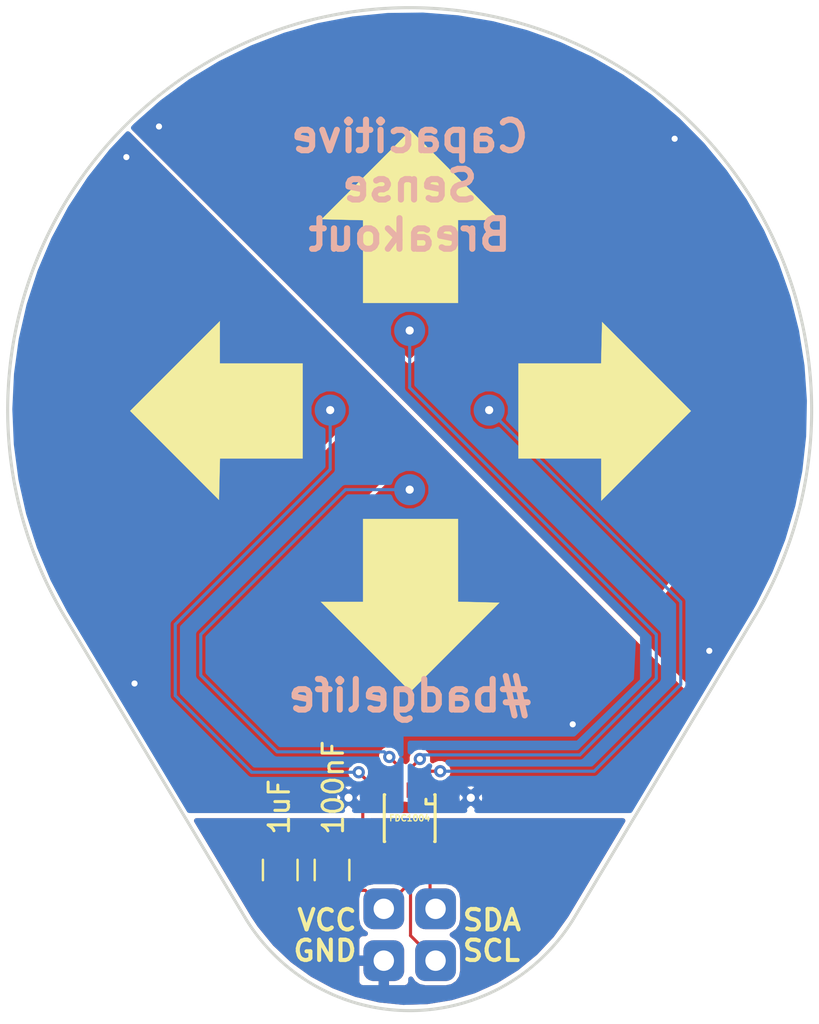
<source format=kicad_pcb>
(kicad_pcb (version 20171130) (host pcbnew "(5.0.0-rc2-dev-222-g3b0a758)")

  (general
    (thickness 1.6)
    (drawings 15)
    (tracks 65)
    (zones 0)
    (modules 11)
    (nets 11)
  )

  (page A4)
  (title_block
    (title "CapSense addon")
    (comment 1 "#badgelife")
  )

  (layers
    (0 F.Cu signal)
    (31 B.Cu signal)
    (32 B.Adhes user)
    (33 F.Adhes user)
    (34 B.Paste user)
    (35 F.Paste user)
    (36 B.SilkS user)
    (37 F.SilkS user)
    (38 B.Mask user)
    (39 F.Mask user)
    (40 Dwgs.User user)
    (41 Cmts.User user)
    (42 Eco1.User user)
    (43 Eco2.User user)
    (44 Edge.Cuts user)
    (45 Margin user)
    (46 B.CrtYd user)
    (47 F.CrtYd user)
    (48 B.Fab user)
    (49 F.Fab user)
  )

  (setup
    (last_trace_width 0.1524)
    (user_trace_width 0.1524)
    (user_trace_width 0.2032)
    (user_trace_width 0.254)
    (user_trace_width 0.3048)
    (trace_clearance 0.1524)
    (zone_clearance 0.1524)
    (zone_45_only no)
    (trace_min 0.1524)
    (segment_width 0.2)
    (edge_width 0.15)
    (via_size 0.8)
    (via_drill 0.4)
    (via_min_size 0.4)
    (via_min_drill 0.3)
    (user_via 0.6 0.3)
    (user_via 0.8 0.4)
    (uvia_size 0.3)
    (uvia_drill 0.1)
    (uvias_allowed no)
    (uvia_min_size 0.2)
    (uvia_min_drill 0.1)
    (pcb_text_width 0.3)
    (pcb_text_size 1.5 1.5)
    (mod_edge_width 0.15)
    (mod_text_size 1 1)
    (mod_text_width 0.15)
    (pad_size 1.524 1.524)
    (pad_drill 0.762)
    (pad_to_mask_clearance 0.2)
    (aux_axis_origin 50 50)
    (grid_origin 70 90)
    (visible_elements FFFFFF7F)
    (pcbplotparams
      (layerselection 0x010fc_ffffffff)
      (usegerberextensions false)
      (usegerberattributes false)
      (usegerberadvancedattributes false)
      (creategerberjobfile false)
      (excludeedgelayer true)
      (linewidth 0.100000)
      (plotframeref false)
      (viasonmask false)
      (mode 1)
      (useauxorigin false)
      (hpglpennumber 1)
      (hpglpenspeed 20)
      (hpglpendiameter 15)
      (psnegative false)
      (psa4output false)
      (plotreference true)
      (plotvalue true)
      (plotinvisibletext false)
      (padsonsilk false)
      (subtractmaskfromsilk false)
      (outputformat 1)
      (mirror false)
      (drillshape 1)
      (scaleselection 1)
      (outputdirectory ""))
  )

  (net 0 "")
  (net 1 GND)
  (net 2 VCC)
  (net 3 SCL)
  (net 4 SDA)
  (net 5 SHLD1)
  (net 6 CIN1)
  (net 7 CIN2)
  (net 8 CIN3)
  (net 9 SHLD2)
  (net 10 CIN4)

  (net_class Default "This is the default net class."
    (clearance 0.1524)
    (trace_width 0.1524)
    (via_dia 0.8)
    (via_drill 0.4)
    (uvia_dia 0.3)
    (uvia_drill 0.1)
    (add_net CIN1)
    (add_net CIN2)
    (add_net CIN3)
    (add_net CIN4)
    (add_net GND)
    (add_net SCL)
    (add_net SDA)
    (add_net SHLD1)
    (add_net SHLD2)
    (add_net VCC)
  )

  (module Pin_Headers:Pin_Header_Straight_1x01_Pitch2.54mm (layer F.Cu) (tedit 5B5483E6) (tstamp 5B563309)
    (at 73 89)
    (descr "Through hole straight pin header, 1x01, 2.54mm pitch, single row")
    (tags "Through hole pin header THT 1x01 2.54mm single row")
    (path /5B5486E5)
    (fp_text reference J6 (at 0 -2.33) (layer F.SilkS) hide
      (effects (font (size 1 1) (thickness 0.15)))
    )
    (fp_text value Conn_01x01 (at 0 2.33) (layer F.Fab) hide
      (effects (font (size 1 1) (thickness 0.15)))
    )
    (fp_text user %R (at 0 0 90) (layer F.Fab)
      (effects (font (size 1 1) (thickness 0.15)))
    )
    (fp_line (start 1.8 -1.8) (end -1.8 -1.8) (layer F.CrtYd) (width 0.05))
    (fp_line (start 1.8 1.8) (end 1.8 -1.8) (layer F.CrtYd) (width 0.05))
    (fp_line (start -1.8 1.8) (end 1.8 1.8) (layer F.CrtYd) (width 0.05))
    (fp_line (start -1.8 -1.8) (end -1.8 1.8) (layer F.CrtYd) (width 0.05))
    (fp_line (start -1.27 -0.635) (end -0.635 -1.27) (layer F.Fab) (width 0.1))
    (fp_line (start -1.27 1.27) (end -1.27 -0.635) (layer F.Fab) (width 0.1))
    (fp_line (start 1.27 1.27) (end -1.27 1.27) (layer F.Fab) (width 0.1))
    (fp_line (start 1.27 -1.27) (end 1.27 1.27) (layer F.Fab) (width 0.1))
    (fp_line (start -0.635 -1.27) (end 1.27 -1.27) (layer F.Fab) (width 0.1))
    (pad 1 thru_hole circle (at 0 0) (size 0.8 0.8) (drill 0.4) (layers *.Cu)
      (net 5 SHLD1))
  )

  (module Pin_Headers:Pin_Header_Straight_1x01_Pitch2.54mm (layer F.Cu) (tedit 5B5483FB) (tstamp 5B56304C)
    (at 67 89)
    (descr "Through hole straight pin header, 1x01, 2.54mm pitch, single row")
    (tags "Through hole pin header THT 1x01 2.54mm single row")
    (path /5B548708)
    (fp_text reference J7 (at 0 -2.33) (layer F.SilkS) hide
      (effects (font (size 1 1) (thickness 0.15)))
    )
    (fp_text value Conn_01x01 (at 0 2.33) (layer F.Fab) hide
      (effects (font (size 1 1) (thickness 0.15)))
    )
    (fp_line (start -0.635 -1.27) (end 1.27 -1.27) (layer F.Fab) (width 0.1))
    (fp_line (start 1.27 -1.27) (end 1.27 1.27) (layer F.Fab) (width 0.1))
    (fp_line (start 1.27 1.27) (end -1.27 1.27) (layer F.Fab) (width 0.1))
    (fp_line (start -1.27 1.27) (end -1.27 -0.635) (layer F.Fab) (width 0.1))
    (fp_line (start -1.27 -0.635) (end -0.635 -1.27) (layer F.Fab) (width 0.1))
    (fp_line (start -1.8 -1.8) (end -1.8 1.8) (layer F.CrtYd) (width 0.05))
    (fp_line (start -1.8 1.8) (end 1.8 1.8) (layer F.CrtYd) (width 0.05))
    (fp_line (start 1.8 1.8) (end 1.8 -1.8) (layer F.CrtYd) (width 0.05))
    (fp_line (start 1.8 -1.8) (end -1.8 -1.8) (layer F.CrtYd) (width 0.05))
    (fp_text user %R (at 0 0 90) (layer F.Fab)
      (effects (font (size 1 1) (thickness 0.15)))
    )
    (pad 1 thru_hole circle (at 0 0) (size 0.8 0.8) (drill 0.4) (layers *.Cu)
      (net 9 SHLD2))
  )

  (module Aesthetics:Addon_CapSense_Button_copper (layer F.Cu) (tedit 5B547EED) (tstamp 5B56005E)
    (at 79 70 270)
    (path /5B548603)
    (fp_text reference J2 (at 0 0 270) (layer F.SilkS) hide
      (effects (font (size 1.524 1.524) (thickness 0.3)))
    )
    (fp_text value Conn_01x01 (at 0.75 0 270) (layer F.SilkS) hide
      (effects (font (size 1.524 1.524) (thickness 0.3)))
    )
    (fp_poly (pts (xy 1.330418 -6.424783) (xy 2.827301 -6.199303) (xy 4.308445 -5.812051) (xy 5.762867 -5.261913)
      (xy 6.178292 -5.071646) (xy 6.763566 -4.770609) (xy 7.380238 -4.415165) (xy 7.983979 -4.033623)
      (xy 8.530461 -3.654287) (xy 8.975356 -3.305465) (xy 9.059334 -3.231915) (xy 9.440334 -2.88916)
      (xy 4.74162 1.815087) (xy 4.002554 2.554489) (xy 3.29815 3.258176) (xy 2.637543 3.917085)
      (xy 2.02987 4.522152) (xy 1.484265 5.064313) (xy 1.009866 5.534503) (xy 0.615808 5.923659)
      (xy 0.311226 6.222718) (xy 0.105257 6.422615) (xy 0.007036 6.514286) (xy 0.000003 6.519333)
      (xy -0.065141 6.460906) (xy -0.240781 6.291647) (xy -0.517801 6.020589) (xy -0.88709 5.656764)
      (xy -1.339534 5.209205) (xy -1.866019 4.686945) (xy -2.457431 4.099016) (xy -3.104657 3.454451)
      (xy -3.798583 2.762283) (xy -4.530097 2.031544) (xy -4.771549 1.790119) (xy -9.500197 -2.939095)
      (xy -8.665932 -3.567029) (xy -7.366386 -4.442785) (xy -6.005702 -5.164562) (xy -4.59486 -5.731245)
      (xy -3.144845 -6.141722) (xy -1.666638 -6.39488) (xy -0.171223 -6.489604) (xy 1.330418 -6.424783)) (layer F.Cu) (width 0.01))
    (pad 1 thru_hole circle (at 0 5.1 270) (size 1.524 1.524) (drill 0.4) (layers *.Cu)
      (net 6 CIN1))
  )

  (module Aesthetics:Addon_CapSense_Button_copper (layer F.Cu) (tedit 5B547EED) (tstamp 5B560064)
    (at 70 61)
    (path /5B54868A)
    (fp_text reference J3 (at 0 0) (layer F.SilkS) hide
      (effects (font (size 1.524 1.524) (thickness 0.3)))
    )
    (fp_text value Conn_01x01 (at 0.75 0) (layer F.SilkS) hide
      (effects (font (size 1.524 1.524) (thickness 0.3)))
    )
    (fp_poly (pts (xy 1.330418 -6.424783) (xy 2.827301 -6.199303) (xy 4.308445 -5.812051) (xy 5.762867 -5.261913)
      (xy 6.178292 -5.071646) (xy 6.763566 -4.770609) (xy 7.380238 -4.415165) (xy 7.983979 -4.033623)
      (xy 8.530461 -3.654287) (xy 8.975356 -3.305465) (xy 9.059334 -3.231915) (xy 9.440334 -2.88916)
      (xy 4.74162 1.815087) (xy 4.002554 2.554489) (xy 3.29815 3.258176) (xy 2.637543 3.917085)
      (xy 2.02987 4.522152) (xy 1.484265 5.064313) (xy 1.009866 5.534503) (xy 0.615808 5.923659)
      (xy 0.311226 6.222718) (xy 0.105257 6.422615) (xy 0.007036 6.514286) (xy 0.000003 6.519333)
      (xy -0.065141 6.460906) (xy -0.240781 6.291647) (xy -0.517801 6.020589) (xy -0.88709 5.656764)
      (xy -1.339534 5.209205) (xy -1.866019 4.686945) (xy -2.457431 4.099016) (xy -3.104657 3.454451)
      (xy -3.798583 2.762283) (xy -4.530097 2.031544) (xy -4.771549 1.790119) (xy -9.500197 -2.939095)
      (xy -8.665932 -3.567029) (xy -7.366386 -4.442785) (xy -6.005702 -5.164562) (xy -4.59486 -5.731245)
      (xy -3.144845 -6.141722) (xy -1.666638 -6.39488) (xy -0.171223 -6.489604) (xy 1.330418 -6.424783)) (layer F.Cu) (width 0.01))
    (pad 1 thru_hole circle (at 0 5.1) (size 1.524 1.524) (drill 0.4) (layers *.Cu)
      (net 7 CIN2))
  )

  (module Aesthetics:Addon_CapSense_Button_copper (layer F.Cu) (tedit 5B547EED) (tstamp 5B56006A)
    (at 70 79 180)
    (path /5B5486A5)
    (fp_text reference J4 (at 0 0 180) (layer F.SilkS) hide
      (effects (font (size 1.524 1.524) (thickness 0.3)))
    )
    (fp_text value Conn_01x01 (at 0.75 0 180) (layer F.SilkS) hide
      (effects (font (size 1.524 1.524) (thickness 0.3)))
    )
    (fp_poly (pts (xy 1.330418 -6.424783) (xy 2.827301 -6.199303) (xy 4.308445 -5.812051) (xy 5.762867 -5.261913)
      (xy 6.178292 -5.071646) (xy 6.763566 -4.770609) (xy 7.380238 -4.415165) (xy 7.983979 -4.033623)
      (xy 8.530461 -3.654287) (xy 8.975356 -3.305465) (xy 9.059334 -3.231915) (xy 9.440334 -2.88916)
      (xy 4.74162 1.815087) (xy 4.002554 2.554489) (xy 3.29815 3.258176) (xy 2.637543 3.917085)
      (xy 2.02987 4.522152) (xy 1.484265 5.064313) (xy 1.009866 5.534503) (xy 0.615808 5.923659)
      (xy 0.311226 6.222718) (xy 0.105257 6.422615) (xy 0.007036 6.514286) (xy 0.000003 6.519333)
      (xy -0.065141 6.460906) (xy -0.240781 6.291647) (xy -0.517801 6.020589) (xy -0.88709 5.656764)
      (xy -1.339534 5.209205) (xy -1.866019 4.686945) (xy -2.457431 4.099016) (xy -3.104657 3.454451)
      (xy -3.798583 2.762283) (xy -4.530097 2.031544) (xy -4.771549 1.790119) (xy -9.500197 -2.939095)
      (xy -8.665932 -3.567029) (xy -7.366386 -4.442785) (xy -6.005702 -5.164562) (xy -4.59486 -5.731245)
      (xy -3.144845 -6.141722) (xy -1.666638 -6.39488) (xy -0.171223 -6.489604) (xy 1.330418 -6.424783)) (layer F.Cu) (width 0.01))
    (pad 1 thru_hole circle (at 0 5.1 180) (size 1.524 1.524) (drill 0.4) (layers *.Cu)
      (net 8 CIN3))
  )

  (module Aesthetics:Addon_CapSense_Button_copper (layer F.Cu) (tedit 5B547EED) (tstamp 5B560070)
    (at 61 70 90)
    (path /5B5486C4)
    (fp_text reference J5 (at 0 0 90) (layer F.SilkS) hide
      (effects (font (size 1.524 1.524) (thickness 0.3)))
    )
    (fp_text value Conn_01x01 (at 0.75 0 90) (layer F.SilkS) hide
      (effects (font (size 1.524 1.524) (thickness 0.3)))
    )
    (fp_poly (pts (xy 1.330418 -6.424783) (xy 2.827301 -6.199303) (xy 4.308445 -5.812051) (xy 5.762867 -5.261913)
      (xy 6.178292 -5.071646) (xy 6.763566 -4.770609) (xy 7.380238 -4.415165) (xy 7.983979 -4.033623)
      (xy 8.530461 -3.654287) (xy 8.975356 -3.305465) (xy 9.059334 -3.231915) (xy 9.440334 -2.88916)
      (xy 4.74162 1.815087) (xy 4.002554 2.554489) (xy 3.29815 3.258176) (xy 2.637543 3.917085)
      (xy 2.02987 4.522152) (xy 1.484265 5.064313) (xy 1.009866 5.534503) (xy 0.615808 5.923659)
      (xy 0.311226 6.222718) (xy 0.105257 6.422615) (xy 0.007036 6.514286) (xy 0.000003 6.519333)
      (xy -0.065141 6.460906) (xy -0.240781 6.291647) (xy -0.517801 6.020589) (xy -0.88709 5.656764)
      (xy -1.339534 5.209205) (xy -1.866019 4.686945) (xy -2.457431 4.099016) (xy -3.104657 3.454451)
      (xy -3.798583 2.762283) (xy -4.530097 2.031544) (xy -4.771549 1.790119) (xy -9.500197 -2.939095)
      (xy -8.665932 -3.567029) (xy -7.366386 -4.442785) (xy -6.005702 -5.164562) (xy -4.59486 -5.731245)
      (xy -3.144845 -6.141722) (xy -1.666638 -6.39488) (xy -0.171223 -6.489604) (xy 1.330418 -6.424783)) (layer F.Cu) (width 0.01))
    (pad 1 thru_hole circle (at 0 5.1 90) (size 1.524 1.524) (drill 0.4) (layers *.Cu)
      (net 10 CIN4))
  )

  (module Capacitors_SMD:C_0805 (layer F.Cu) (tedit 5B5487D8) (tstamp 5B5547AA)
    (at 66.19 92.54 90)
    (descr "Capacitor SMD 0805, reflow soldering, AVX (see smccp.pdf)")
    (tags "capacitor 0805")
    (path /5B548117)
    (attr smd)
    (fp_text reference C1 (at 0 -1.5 90) (layer F.SilkS) hide
      (effects (font (size 1 1) (thickness 0.15)))
    )
    (fp_text value 100nF (at 4.04 0.06 90) (layer F.SilkS)
      (effects (font (size 1 1) (thickness 0.15)))
    )
    (fp_line (start 1.75 0.87) (end -1.75 0.87) (layer F.CrtYd) (width 0.05))
    (fp_line (start 1.75 0.87) (end 1.75 -0.88) (layer F.CrtYd) (width 0.05))
    (fp_line (start -1.75 -0.88) (end -1.75 0.87) (layer F.CrtYd) (width 0.05))
    (fp_line (start -1.75 -0.88) (end 1.75 -0.88) (layer F.CrtYd) (width 0.05))
    (fp_line (start -0.5 0.85) (end 0.5 0.85) (layer F.SilkS) (width 0.12))
    (fp_line (start 0.5 -0.85) (end -0.5 -0.85) (layer F.SilkS) (width 0.12))
    (fp_line (start -1 -0.62) (end 1 -0.62) (layer F.Fab) (width 0.1))
    (fp_line (start 1 -0.62) (end 1 0.62) (layer F.Fab) (width 0.1))
    (fp_line (start 1 0.62) (end -1 0.62) (layer F.Fab) (width 0.1))
    (fp_line (start -1 0.62) (end -1 -0.62) (layer F.Fab) (width 0.1))
    (fp_text user %R (at 0 -1.5 90) (layer F.Fab)
      (effects (font (size 1 1) (thickness 0.15)))
    )
    (pad 2 smd rect (at 1 0 90) (size 1 1.25) (layers F.Cu F.Paste F.Mask)
      (net 1 GND))
    (pad 1 smd rect (at -1 0 90) (size 1 1.25) (layers F.Cu F.Paste F.Mask)
      (net 2 VCC))
    (model Capacitors_SMD.3dshapes/C_0805.wrl
      (at (xyz 0 0 0))
      (scale (xyz 1 1 1))
      (rotate (xyz 0 0 0))
    )
  )

  (module Capacitors_SMD:C_0805 (layer F.Cu) (tedit 5B54863D) (tstamp 5B5543D5)
    (at 63.65 92.54 90)
    (descr "Capacitor SMD 0805, reflow soldering, AVX (see smccp.pdf)")
    (tags "capacitor 0805")
    (path /5B548149)
    (attr smd)
    (fp_text reference C2 (at 0 -1.5 90) (layer F.SilkS) hide
      (effects (font (size 1 1) (thickness 0.15)))
    )
    (fp_text value 1uF (at 3.09 -0.05 90) (layer F.SilkS)
      (effects (font (size 1 1) (thickness 0.15)))
    )
    (fp_text user %R (at 0 -1.5 90) (layer F.Fab)
      (effects (font (size 1 1) (thickness 0.15)))
    )
    (fp_line (start -1 0.62) (end -1 -0.62) (layer F.Fab) (width 0.1))
    (fp_line (start 1 0.62) (end -1 0.62) (layer F.Fab) (width 0.1))
    (fp_line (start 1 -0.62) (end 1 0.62) (layer F.Fab) (width 0.1))
    (fp_line (start -1 -0.62) (end 1 -0.62) (layer F.Fab) (width 0.1))
    (fp_line (start 0.5 -0.85) (end -0.5 -0.85) (layer F.SilkS) (width 0.12))
    (fp_line (start -0.5 0.85) (end 0.5 0.85) (layer F.SilkS) (width 0.12))
    (fp_line (start -1.75 -0.88) (end 1.75 -0.88) (layer F.CrtYd) (width 0.05))
    (fp_line (start -1.75 -0.88) (end -1.75 0.87) (layer F.CrtYd) (width 0.05))
    (fp_line (start 1.75 0.87) (end 1.75 -0.88) (layer F.CrtYd) (width 0.05))
    (fp_line (start 1.75 0.87) (end -1.75 0.87) (layer F.CrtYd) (width 0.05))
    (pad 1 smd rect (at -1 0 90) (size 1 1.25) (layers F.Cu F.Paste F.Mask)
      (net 2 VCC))
    (pad 2 smd rect (at 1 0 90) (size 1 1.25) (layers F.Cu F.Paste F.Mask)
      (net 1 GND))
    (model Capacitors_SMD.3dshapes/C_0805.wrl
      (at (xyz 0 0 0))
      (scale (xyz 1 1 1))
      (rotate (xyz 0 0 0))
    )
  )

  (module Badgelife:ShittyAddon_PTH_only_SAO (layer F.Cu) (tedit 5B537B70) (tstamp 5B5543DD)
    (at 68.73 94.445)
    (descr "Through hole straight pin header, 2x02, 2.54mm pitch, double rows")
    (tags "Through hole pin header THT 2x02 2.54mm double row")
    (path /5B547EFA)
    (fp_text reference J1 (at 1.27 -2.33) (layer F.SilkS) hide
      (effects (font (size 1 1) (thickness 0.15)))
    )
    (fp_text value "#badgelife" (at 1.27 4.87) (layer F.Fab) hide
      (effects (font (size 1 1) (thickness 0.15)))
    )
    (pad 3 thru_hole roundrect (at 2.54 2.54) (size 2 2) (drill 1) (layers *.Cu *.Mask)(roundrect_rratio 0.25)
      (net 3 SCL))
    (pad 2 thru_hole roundrect (at 0 2.54) (size 2 2) (drill 1) (layers *.Cu *.Mask)(roundrect_rratio 0.25)
      (net 1 GND))
    (pad 4 thru_hole roundrect (at 2.54 0) (size 2 2) (drill 1) (layers *.Cu *.Mask)(roundrect_rratio 0.25)
      (net 4 SDA))
    (pad 1 thru_hole roundrect (at 0 0) (size 2 2) (drill 1) (layers *.Cu *.Mask)(roundrect_rratio 0.25)
      (net 2 VCC))
    (model ${KISYS3DMOD}/Pin_Headers.3dshapes/Pin_Header_Straight_2x02_Pitch2.54mm.wrl
      (offset (xyz 0 -2.54 -1.8))
      (scale (xyz 1 1 1))
      (rotate (xyz 180 0 0))
    )
  )

  (module SMD_Semiconductors:VSSOP-10 (layer F.Cu) (tedit 5B54864B) (tstamp 5B5543F3)
    (at 70 90 180)
    (path /5B547F5A)
    (fp_text reference U1 (at -1.7 0 270) (layer F.SilkS) hide
      (effects (font (size 0.29972 0.29972) (thickness 0.0635)))
    )
    (fp_text value FDC1004 (at 0 0 180) (layer F.SilkS)
      (effects (font (size 0.29972 0.29972) (thickness 0.0635)))
    )
    (fp_line (start -1.24822 -1.14808) (end -1.22282 -1.14808) (layer F.SilkS) (width 0.14986))
    (fp_line (start 1.22282 -1.14808) (end 1.24822 -1.14808) (layer F.SilkS) (width 0.14986))
    (fp_line (start 1.24822 -1.14808) (end 1.24822 1.14808) (layer F.SilkS) (width 0.14986))
    (fp_line (start -1.24822 1.14808) (end -1.22282 1.14808) (layer F.SilkS) (width 0.14986))
    (fp_line (start 1.22282 1.14808) (end 1.24822 1.14808) (layer F.SilkS) (width 0.14986))
    (fp_line (start -1.24822 -1.14808) (end -1.24822 1.14808) (layer F.SilkS) (width 0.14986))
    (fp_line (start -1.24822 0.6985) (end -0.79864 0.6985) (layer F.SilkS) (width 0.14986))
    (fp_line (start -0.79864 0.6985) (end -0.79864 0.92456) (layer F.SilkS) (width 0.14986))
    (pad 1 smd rect (at -0.9993 1.37414) (size 0.29972 0.7493) (layers F.Cu F.Paste F.Mask)
      (net 5 SHLD1))
    (pad 2 smd rect (at -0.49892 1.37414) (size 0.29972 0.7493) (layers F.Cu F.Paste F.Mask)
      (net 6 CIN1))
    (pad 3 smd rect (at -0.00108 1.37414) (size 0.29972 0.7493) (layers F.Cu F.Paste F.Mask)
      (net 7 CIN2))
    (pad 4 smd rect (at 0.4993 1.37414) (size 0.29972 0.7493) (layers F.Cu F.Paste F.Mask)
      (net 8 CIN3))
    (pad 7 smd rect (at 0.4993 -1.37414 180) (size 0.29972 0.7493) (layers F.Cu F.Paste F.Mask)
      (net 1 GND))
    (pad 8 smd rect (at -0.00108 -1.37414 180) (size 0.29972 0.7493) (layers F.Cu F.Paste F.Mask)
      (net 2 VCC))
    (pad 9 smd rect (at -0.49892 -1.37414 180) (size 0.29972 0.7493) (layers F.Cu F.Paste F.Mask)
      (net 3 SCL))
    (pad 10 smd rect (at -0.9993 -1.37414 180) (size 0.29972 0.7493) (layers F.Cu F.Paste F.Mask)
      (net 4 SDA))
    (pad 6 smd rect (at 1 -1.37414 180) (size 0.29972 0.7493) (layers F.Cu F.Paste F.Mask)
      (net 9 SHLD2))
    (pad 5 smd rect (at 1 1.37414) (size 0.29972 0.7493) (layers F.Cu F.Paste F.Mask)
      (net 10 CIN4))
  )

  (module Aesthetics:Addon_CapSense_Buttons_silk (layer F.Cu) (tedit 0) (tstamp 5B568EE4)
    (at 70 70)
    (fp_text reference G*** (at 0 0) (layer F.SilkS) hide
      (effects (font (size 1.524 1.524) (thickness 0.3)))
    )
    (fp_text value LOGO (at 0.75 0) (layer F.SilkS) hide
      (effects (font (size 1.524 1.524) (thickness 0.3)))
    )
    (fp_poly (pts (xy 2.24366 -11.514673) (xy 4.443778 -9.313334) (xy 2.370666 -9.313334) (xy 2.370666 -5.249334)
      (xy -2.286 -5.249334) (xy -2.286 -9.308122) (xy -3.302862 -9.331895) (xy -4.319724 -9.355667)
      (xy -2.138091 -11.53584) (xy 0.043543 -13.716011) (xy 2.24366 -11.514673)) (layer F.SilkS) (width 0.01))
    (fp_poly (pts (xy 11.620505 -2.138091) (xy 13.800678 0.043543) (xy 11.599339 2.24366) (xy 9.398 4.443778)
      (xy 9.398 2.370666) (xy 5.334 2.370666) (xy 5.334 -2.286) (xy 9.392788 -2.286)
      (xy 9.41656 -3.302862) (xy 9.440333 -4.319724) (xy 11.620505 -2.138091)) (layer F.SilkS) (width 0.01))
    (fp_poly (pts (xy -9.313334 -2.286) (xy -5.249334 -2.286) (xy -5.249334 2.370666) (xy -9.308122 2.370666)
      (xy -9.331895 3.387528) (xy -9.355667 4.40439) (xy -11.53584 2.222756) (xy -13.716011 0.041123)
      (xy -11.514673 -2.158995) (xy -9.313334 -4.359113) (xy -9.313334 -2.286)) (layer F.SilkS) (width 0.01))
    (fp_poly (pts (xy 2.370666 9.392788) (xy 3.387528 9.41656) (xy 4.40439 9.440333) (xy 2.222756 11.620505)
      (xy 0.041123 13.800678) (xy -4.359113 9.398) (xy -2.286 9.398) (xy -2.286 5.334)
      (xy 2.370666 5.334) (xy 2.370666 9.392788)) (layer F.SilkS) (width 0.01))
  )

  (gr_line (start 50 100) (end 52.5 100) (layer Dwgs.User) (width 0.2))
  (gr_text SCL (at 72.5 96.5) (layer F.SilkS) (tstamp 5B568FF4)
    (effects (font (size 1 1) (thickness 0.2)) (justify left))
  )
  (gr_text SDA (at 72.5 95) (layer F.SilkS) (tstamp 5B568FEF)
    (effects (font (size 1 1) (thickness 0.2)) (justify left))
  )
  (gr_text GND (at 67.5 96.5) (layer F.SilkS) (tstamp 5B568FE6)
    (effects (font (size 1 1) (thickness 0.2)) (justify right))
  )
  (gr_text VCC (at 67.5 95) (layer F.SilkS)
    (effects (font (size 1 1) (thickness 0.2)) (justify right))
  )
  (gr_text "Capacitive\nSense\nBreakout" (at 70 59) (layer B.SilkS)
    (effects (font (size 1.5 1.5) (thickness 0.3)) (justify mirror))
  )
  (gr_text "#badgelife" (at 70 84) (layer B.SilkS)
    (effects (font (size 1.5 1.5) (thickness 0.3)) (justify mirror))
  )
  (gr_line (start 53 80) (end 62 95) (layer Edge.Cuts) (width 0.15))
  (gr_line (start 78 95) (end 87 80) (layer Edge.Cuts) (width 0.15))
  (gr_arc (start 70 90) (end 62.000001 94.999999) (angle -115.9892336) (layer Edge.Cuts) (width 0.15))
  (gr_arc (start 70 70) (end 86.999999 79.999999) (angle -240.9310898) (layer Edge.Cuts) (width 0.15))
  (gr_line (start 50 90) (end 52.5 90) (layer Dwgs.User) (width 0.2))
  (gr_line (start 90 50) (end 90 54) (layer Dwgs.User) (width 0.2))
  (gr_line (start 50 50) (end 50 100) (layer Dwgs.User) (width 0.2))
  (gr_line (start 50 50) (end 90 50) (layer Dwgs.User) (width 0.2))

  (via (at 83 56.7) (size 0.6) (drill 0.3) (layers F.Cu B.Cu) (net 5))
  (via (at 57.7 56.1) (size 0.6) (drill 0.3) (layers F.Cu B.Cu) (net 5))
  (via (at 84.7 81.8) (size 0.6) (drill 0.3) (layers F.Cu B.Cu) (net 5))
  (segment (start 70.9993 88.62586) (end 72.62586 88.62586) (width 0.1524) (layer F.Cu) (net 5))
  (segment (start 72.62586 88.62586) (end 73 89) (width 0.1524) (layer F.Cu) (net 5))
  (segment (start 73.9 70) (end 83.3 79.4) (width 0.1524) (layer B.Cu) (net 6))
  (segment (start 83.3 79.4) (end 83.3 83.45) (width 0.1524) (layer B.Cu) (net 6))
  (segment (start 83.3 83.45) (end 79.05 87.7) (width 0.1524) (layer B.Cu) (net 6))
  (segment (start 79.05 87.7) (end 71.924264 87.7) (width 0.1524) (layer B.Cu) (net 6))
  (segment (start 71.924264 87.7) (end 71.5 87.7) (width 0.1524) (layer B.Cu) (net 6))
  (segment (start 70.89773 87.7) (end 71.075736 87.7) (width 0.1524) (layer F.Cu) (net 6))
  (segment (start 71.075736 87.7) (end 71.5 87.7) (width 0.1524) (layer F.Cu) (net 6))
  (segment (start 70.49892 88.62586) (end 70.49892 88.09881) (width 0.1524) (layer F.Cu) (net 6))
  (segment (start 70.49892 88.09881) (end 70.89773 87.7) (width 0.1524) (layer F.Cu) (net 6))
  (via (at 71.5 87.7) (size 0.6) (drill 0.3) (layers F.Cu B.Cu) (net 6))
  (segment (start 82.1 83.15) (end 78.35 86.9) (width 0.1524) (layer B.Cu) (net 7))
  (segment (start 70 68.9) (end 82.1 81) (width 0.1524) (layer B.Cu) (net 7))
  (segment (start 70 66.1) (end 70 68.9) (width 0.1524) (layer B.Cu) (net 7))
  (segment (start 78.35 86.9) (end 70.7 86.9) (width 0.1524) (layer B.Cu) (net 7))
  (segment (start 82.1 81) (end 82.1 83.15) (width 0.1524) (layer B.Cu) (net 7))
  (segment (start 70.7 86.9) (end 70.5 87.1) (width 0.1524) (layer B.Cu) (net 7))
  (segment (start 70.200001 87.399999) (end 70.5 87.1) (width 0.1524) (layer F.Cu) (net 7))
  (via (at 70.5 87.1) (size 0.6) (drill 0.3) (layers F.Cu B.Cu) (net 7))
  (segment (start 70.00108 88.62586) (end 70.00108 87.59892) (width 0.1524) (layer F.Cu) (net 7))
  (segment (start 70.00108 87.59892) (end 70.200001 87.399999) (width 0.1524) (layer F.Cu) (net 7))
  (via (at 56.5 83.4) (size 0.6) (drill 0.3) (layers F.Cu B.Cu) (net 9))
  (via (at 56.1 57.6) (size 0.6) (drill 0.3) (layers F.Cu B.Cu) (net 9))
  (via (at 78 85.4) (size 0.6) (drill 0.3) (layers F.Cu B.Cu) (net 9))
  (segment (start 67.7 89.6) (end 67.6 89.6) (width 0.1524) (layer F.Cu) (net 9))
  (segment (start 67.6 89.6) (end 67 89) (width 0.1524) (layer F.Cu) (net 9))
  (segment (start 67.7 91.6) (end 67.7 89.6) (width 0.1524) (layer F.Cu) (net 9))
  (segment (start 68.3 92.2) (end 67.7 91.6) (width 0.1524) (layer F.Cu) (net 9))
  (segment (start 68.70119 92.2) (end 68.3 92.2) (width 0.1524) (layer F.Cu) (net 9))
  (segment (start 69 91.37414) (end 69 91.90119) (width 0.1524) (layer F.Cu) (net 9))
  (segment (start 69 91.90119) (end 68.70119 92.2) (width 0.1524) (layer F.Cu) (net 9))
  (segment (start 66.19 93.54) (end 67.825 93.54) (width 0.1524) (layer F.Cu) (net 2))
  (segment (start 67.825 93.54) (end 68.73 94.445) (width 0.1524) (layer F.Cu) (net 2))
  (segment (start 70.00108 91.37414) (end 70.00108 93.17392) (width 0.1524) (layer F.Cu) (net 2))
  (segment (start 70.00108 93.17392) (end 68.73 94.445) (width 0.1524) (layer F.Cu) (net 2))
  (segment (start 63.65 93.54) (end 66.19 93.54) (width 0.1524) (layer F.Cu) (net 2))
  (segment (start 70.345737 96.060737) (end 71.27 96.985) (width 0.1524) (layer F.Cu) (net 3))
  (segment (start 70.04139 95.75639) (end 70.345737 96.060737) (width 0.1524) (layer F.Cu) (net 3))
  (segment (start 70.04139 93.564676) (end 70.04139 95.75639) (width 0.1524) (layer F.Cu) (net 3))
  (segment (start 70.49892 91.37414) (end 70.49892 93.107146) (width 0.1524) (layer F.Cu) (net 3))
  (segment (start 70.49892 93.107146) (end 70.04139 93.564676) (width 0.1524) (layer F.Cu) (net 3))
  (segment (start 70.9993 91.37414) (end 70.9993 94.1743) (width 0.1524) (layer F.Cu) (net 4))
  (segment (start 70.9993 94.1743) (end 71.27 94.445) (width 0.1524) (layer F.Cu) (net 4))
  (segment (start 70 73.9) (end 66.85 73.9) (width 0.1524) (layer B.Cu) (net 8))
  (segment (start 59.75 81) (end 59.75 83) (width 0.1524) (layer B.Cu) (net 8))
  (segment (start 59.75 83) (end 63.5 86.75) (width 0.1524) (layer B.Cu) (net 8))
  (segment (start 63.5 86.75) (end 68.75 86.75) (width 0.1524) (layer B.Cu) (net 8))
  (segment (start 66.85 73.9) (end 59.75 81) (width 0.1524) (layer B.Cu) (net 8))
  (segment (start 68.75 86.75) (end 69 87) (width 0.1524) (layer B.Cu) (net 8))
  (segment (start 69 87) (end 69.5007 87.5007) (width 0.1524) (layer F.Cu) (net 8))
  (segment (start 69.5007 87.5007) (end 69.5007 88.09881) (width 0.1524) (layer F.Cu) (net 8))
  (segment (start 69.5007 88.09881) (end 69.5007 88.62586) (width 0.1524) (layer F.Cu) (net 8))
  (via (at 69 87) (size 0.6) (drill 0.3) (layers F.Cu B.Cu) (net 8))
  (segment (start 66.1 70) (end 66.1 72.9) (width 0.1524) (layer B.Cu) (net 10))
  (segment (start 66.1 72.9) (end 58.5 80.5) (width 0.1524) (layer B.Cu) (net 10))
  (segment (start 58.5 80.5) (end 58.5 84) (width 0.1524) (layer B.Cu) (net 10))
  (segment (start 58.5 84) (end 62.25 87.75) (width 0.1524) (layer B.Cu) (net 10))
  (segment (start 62.25 87.75) (end 67.5 87.75) (width 0.1524) (layer B.Cu) (net 10))
  (segment (start 67.5 87.75) (end 68.37586 88.62586) (width 0.1524) (layer F.Cu) (net 10))
  (segment (start 68.37586 88.62586) (end 69 88.62586) (width 0.1524) (layer F.Cu) (net 10))
  (via (at 67.5 87.75) (size 0.6) (drill 0.3) (layers F.Cu B.Cu) (net 10))

  (zone (net 1) (net_name GND) (layer F.Cu) (tstamp 0) (hatch edge 0.508)
    (connect_pads (clearance 0.2))
    (min_thickness 0.254)
    (fill yes (arc_segments 16) (thermal_gap 0.2) (thermal_bridge_width 0.508))
    (polygon
      (pts
        (xy 58 90) (xy 82 90) (xy 82 100) (xy 58 100)
      )
    )
    (filled_polygon
      (pts
        (xy 67.2968 91.560289) (xy 67.288901 91.6) (xy 67.2968 91.63971) (xy 67.320194 91.75732) (xy 67.409309 91.890691)
        (xy 67.442977 91.913188) (xy 67.986814 92.457025) (xy 68.009309 92.490691) (xy 68.042974 92.513185) (xy 68.142679 92.579806)
        (xy 68.299999 92.611099) (xy 68.33971 92.6032) (xy 68.661479 92.6032) (xy 68.70119 92.611099) (xy 68.740901 92.6032)
        (xy 68.858511 92.579806) (xy 68.991881 92.490691) (xy 69.014377 92.457023) (xy 69.257025 92.214376) (xy 69.290691 92.191881)
        (xy 69.379806 92.058511) (xy 69.384401 92.035409) (xy 69.42577 91.99404) (xy 69.42577 91.924446) (xy 69.457887 91.876379)
        (xy 69.483266 91.74879) (xy 69.483266 90.99949) (xy 69.457887 90.871901) (xy 69.42577 90.823834) (xy 69.42577 90.75424)
        (xy 69.34402 90.67249) (xy 69.285796 90.67249) (xy 69.252143 90.686429) (xy 69.14986 90.666084) (xy 68.85014 90.666084)
        (xy 68.722551 90.691463) (xy 68.614386 90.763736) (xy 68.542113 90.871901) (xy 68.516734 90.99949) (xy 68.516734 91.74879)
        (xy 68.526284 91.7968) (xy 68.467011 91.7968) (xy 68.1032 91.43299) (xy 68.1032 90.127) (xy 80.454992 90.127)
        (xy 77.663949 94.778738) (xy 76.968093 95.745151) (xy 76.158587 96.605519) (xy 75.243703 97.352868) (xy 74.239107 97.9744)
        (xy 73.16197 98.459494) (xy 72.030735 98.79984) (xy 70.864749 98.989621) (xy 69.683971 99.025586) (xy 68.508596 98.90712)
        (xy 67.358746 98.636253) (xy 66.254084 98.217615) (xy 65.213519 97.658373) (xy 64.568245 97.19375) (xy 67.403 97.19375)
        (xy 67.403 98.050045) (xy 67.452783 98.170231) (xy 67.54477 98.262217) (xy 67.664956 98.312) (xy 68.52125 98.312)
        (xy 68.603 98.23025) (xy 68.603 97.112) (xy 67.48475 97.112) (xy 67.403 97.19375) (xy 64.568245 97.19375)
        (xy 64.254849 96.968093) (xy 63.394481 96.158587) (xy 62.642669 95.23824) (xy 62.339666 94.784762) (xy 61.292809 93.04)
        (xy 62.691594 93.04) (xy 62.691594 94.04) (xy 62.716973 94.167589) (xy 62.789246 94.275754) (xy 62.897411 94.348027)
        (xy 63.025 94.373406) (xy 64.275 94.373406) (xy 64.402589 94.348027) (xy 64.510754 94.275754) (xy 64.583027 94.167589)
        (xy 64.608406 94.04) (xy 64.608406 93.9432) (xy 65.231594 93.9432) (xy 65.231594 94.04) (xy 65.256973 94.167589)
        (xy 65.329246 94.275754) (xy 65.437411 94.348027) (xy 65.565 94.373406) (xy 66.815 94.373406) (xy 66.942589 94.348027)
        (xy 67.050754 94.275754) (xy 67.123027 94.167589) (xy 67.148406 94.04) (xy 67.148406 93.9432) (xy 67.396952 93.9432)
        (xy 67.396594 93.945) (xy 67.396594 94.945) (xy 67.460033 95.263931) (xy 67.640693 95.534307) (xy 67.825812 95.658)
        (xy 67.664956 95.658) (xy 67.54477 95.707783) (xy 67.452783 95.799769) (xy 67.403 95.919955) (xy 67.403 96.77625)
        (xy 67.48475 96.858) (xy 68.603 96.858) (xy 68.603 96.838) (xy 68.857 96.838) (xy 68.857 96.858)
        (xy 68.877 96.858) (xy 68.877 97.112) (xy 68.857 97.112) (xy 68.857 98.23025) (xy 68.93875 98.312)
        (xy 69.795044 98.312) (xy 69.91523 98.262217) (xy 70.007217 98.170231) (xy 70.057 98.050045) (xy 70.057 97.889188)
        (xy 70.180693 98.074307) (xy 70.451069 98.254967) (xy 70.77 98.318406) (xy 71.77 98.318406) (xy 72.088931 98.254967)
        (xy 72.359307 98.074307) (xy 72.539967 97.803931) (xy 72.603406 97.485) (xy 72.603406 96.485) (xy 72.539967 96.166069)
        (xy 72.359307 95.895693) (xy 72.088931 95.715033) (xy 72.088765 95.715) (xy 72.088931 95.714967) (xy 72.359307 95.534307)
        (xy 72.539967 95.263931) (xy 72.603406 94.945) (xy 72.603406 93.945) (xy 72.539967 93.626069) (xy 72.359307 93.355693)
        (xy 72.088931 93.175033) (xy 71.77 93.111594) (xy 71.4025 93.111594) (xy 71.4025 91.958224) (xy 71.457187 91.876379)
        (xy 71.482566 91.74879) (xy 71.482566 90.99949) (xy 71.457187 90.871901) (xy 71.384914 90.763736) (xy 71.276749 90.691463)
        (xy 71.14916 90.666084) (xy 70.84944 90.666084) (xy 70.74911 90.686041) (xy 70.64878 90.666084) (xy 70.34906 90.666084)
        (xy 70.25 90.685788) (xy 70.15094 90.666084) (xy 69.85122 90.666084) (xy 69.749153 90.686386) (xy 69.715604 90.67249)
        (xy 69.65738 90.67249) (xy 69.57563 90.75424) (xy 69.57563 90.823355) (xy 69.543193 90.871901) (xy 69.517814 90.99949)
        (xy 69.517814 91.74879) (xy 69.543193 91.876379) (xy 69.57563 91.924925) (xy 69.57563 91.99404) (xy 69.59788 92.01629)
        (xy 69.597881 93.006908) (xy 69.449529 93.155261) (xy 69.23 93.111594) (xy 68.23 93.111594) (xy 67.983089 93.160707)
        (xy 67.982321 93.160194) (xy 67.864711 93.1368) (xy 67.825 93.128901) (xy 67.785289 93.1368) (xy 67.148406 93.1368)
        (xy 67.148406 93.04) (xy 67.123027 92.912411) (xy 67.050754 92.804246) (xy 66.942589 92.731973) (xy 66.815 92.706594)
        (xy 65.565 92.706594) (xy 65.437411 92.731973) (xy 65.329246 92.804246) (xy 65.256973 92.912411) (xy 65.231594 93.04)
        (xy 65.231594 93.1368) (xy 64.608406 93.1368) (xy 64.608406 93.04) (xy 64.583027 92.912411) (xy 64.510754 92.804246)
        (xy 64.402589 92.731973) (xy 64.275 92.706594) (xy 63.025 92.706594) (xy 62.897411 92.731973) (xy 62.789246 92.804246)
        (xy 62.716973 92.912411) (xy 62.691594 93.04) (xy 61.292809 93.04) (xy 60.518059 91.74875) (xy 62.698 91.74875)
        (xy 62.698 92.105044) (xy 62.747783 92.22523) (xy 62.839769 92.317217) (xy 62.959955 92.367) (xy 63.44125 92.367)
        (xy 63.523 92.28525) (xy 63.523 91.667) (xy 63.777 91.667) (xy 63.777 92.28525) (xy 63.85875 92.367)
        (xy 64.340045 92.367) (xy 64.460231 92.317217) (xy 64.552217 92.22523) (xy 64.602 92.105044) (xy 64.602 91.74875)
        (xy 65.238 91.74875) (xy 65.238 92.105044) (xy 65.287783 92.22523) (xy 65.379769 92.317217) (xy 65.499955 92.367)
        (xy 65.98125 92.367) (xy 66.063 92.28525) (xy 66.063 91.667) (xy 66.317 91.667) (xy 66.317 92.28525)
        (xy 66.39875 92.367) (xy 66.880045 92.367) (xy 67.000231 92.317217) (xy 67.092217 92.22523) (xy 67.142 92.105044)
        (xy 67.142 91.74875) (xy 67.06025 91.667) (xy 66.317 91.667) (xy 66.063 91.667) (xy 65.31975 91.667)
        (xy 65.238 91.74875) (xy 64.602 91.74875) (xy 64.52025 91.667) (xy 63.777 91.667) (xy 63.523 91.667)
        (xy 62.77975 91.667) (xy 62.698 91.74875) (xy 60.518059 91.74875) (xy 60.053783 90.974956) (xy 62.698 90.974956)
        (xy 62.698 91.33125) (xy 62.77975 91.413) (xy 63.523 91.413) (xy 63.523 90.79475) (xy 63.777 90.79475)
        (xy 63.777 91.413) (xy 64.52025 91.413) (xy 64.602 91.33125) (xy 64.602 90.974956) (xy 65.238 90.974956)
        (xy 65.238 91.33125) (xy 65.31975 91.413) (xy 66.063 91.413) (xy 66.063 90.79475) (xy 66.317 90.79475)
        (xy 66.317 91.413) (xy 67.06025 91.413) (xy 67.142 91.33125) (xy 67.142 90.974956) (xy 67.092217 90.85477)
        (xy 67.000231 90.762783) (xy 66.880045 90.713) (xy 66.39875 90.713) (xy 66.317 90.79475) (xy 66.063 90.79475)
        (xy 65.98125 90.713) (xy 65.499955 90.713) (xy 65.379769 90.762783) (xy 65.287783 90.85477) (xy 65.238 90.974956)
        (xy 64.602 90.974956) (xy 64.552217 90.85477) (xy 64.460231 90.762783) (xy 64.340045 90.713) (xy 63.85875 90.713)
        (xy 63.777 90.79475) (xy 63.523 90.79475) (xy 63.44125 90.713) (xy 62.959955 90.713) (xy 62.839769 90.762783)
        (xy 62.747783 90.85477) (xy 62.698 90.974956) (xy 60.053783 90.974956) (xy 59.545008 90.127) (xy 67.296801 90.127)
      )
    )
  )
  (zone (net 1) (net_name GND) (layer B.Cu) (tstamp 0) (hatch edge 0.508)
    (connect_pads (clearance 0.2))
    (min_thickness 0.254)
    (fill yes (arc_segments 16) (thermal_gap 0.2) (thermal_bridge_width 0.508))
    (polygon
      (pts
        (xy 58 90) (xy 82 90) (xy 82 100) (xy 58 100)
      )
    )
    (filled_polygon
      (pts
        (xy 77.663949 94.778738) (xy 76.968093 95.745151) (xy 76.158587 96.605519) (xy 75.243703 97.352868) (xy 74.239107 97.9744)
        (xy 73.16197 98.459494) (xy 72.030735 98.79984) (xy 70.864749 98.989621) (xy 69.683971 99.025586) (xy 68.508596 98.90712)
        (xy 67.358746 98.636253) (xy 66.254084 98.217615) (xy 65.213519 97.658373) (xy 64.568245 97.19375) (xy 67.403 97.19375)
        (xy 67.403 98.050045) (xy 67.452783 98.170231) (xy 67.54477 98.262217) (xy 67.664956 98.312) (xy 68.52125 98.312)
        (xy 68.603 98.23025) (xy 68.603 97.112) (xy 67.48475 97.112) (xy 67.403 97.19375) (xy 64.568245 97.19375)
        (xy 64.254849 96.968093) (xy 63.394481 96.158587) (xy 62.642669 95.23824) (xy 62.339666 94.784762) (xy 61.835809 93.945)
        (xy 67.396594 93.945) (xy 67.396594 94.945) (xy 67.460033 95.263931) (xy 67.640693 95.534307) (xy 67.825812 95.658)
        (xy 67.664956 95.658) (xy 67.54477 95.707783) (xy 67.452783 95.799769) (xy 67.403 95.919955) (xy 67.403 96.77625)
        (xy 67.48475 96.858) (xy 68.603 96.858) (xy 68.603 96.838) (xy 68.857 96.838) (xy 68.857 96.858)
        (xy 68.877 96.858) (xy 68.877 97.112) (xy 68.857 97.112) (xy 68.857 98.23025) (xy 68.93875 98.312)
        (xy 69.795044 98.312) (xy 69.91523 98.262217) (xy 70.007217 98.170231) (xy 70.057 98.050045) (xy 70.057 97.889188)
        (xy 70.180693 98.074307) (xy 70.451069 98.254967) (xy 70.77 98.318406) (xy 71.77 98.318406) (xy 72.088931 98.254967)
        (xy 72.359307 98.074307) (xy 72.539967 97.803931) (xy 72.603406 97.485) (xy 72.603406 96.485) (xy 72.539967 96.166069)
        (xy 72.359307 95.895693) (xy 72.088931 95.715033) (xy 72.088765 95.715) (xy 72.088931 95.714967) (xy 72.359307 95.534307)
        (xy 72.539967 95.263931) (xy 72.603406 94.945) (xy 72.603406 93.945) (xy 72.539967 93.626069) (xy 72.359307 93.355693)
        (xy 72.088931 93.175033) (xy 71.77 93.111594) (xy 70.77 93.111594) (xy 70.451069 93.175033) (xy 70.180693 93.355693)
        (xy 70.000033 93.626069) (xy 70 93.626235) (xy 69.999967 93.626069) (xy 69.819307 93.355693) (xy 69.548931 93.175033)
        (xy 69.23 93.111594) (xy 68.23 93.111594) (xy 67.911069 93.175033) (xy 67.640693 93.355693) (xy 67.460033 93.626069)
        (xy 67.396594 93.945) (xy 61.835809 93.945) (xy 59.545008 90.127) (xy 80.454992 90.127)
      )
    )
  )
  (zone (net 9) (net_name SHLD2) (layer F.Cu) (tstamp 0) (hatch edge 0.508)
    (connect_pads (clearance 0.2))
    (min_thickness 0.254)
    (fill yes (arc_segments 16) (thermal_gap 0.2) (thermal_bridge_width 0.508))
    (polygon
      (pts
        (xy 50 89.75) (xy 82 89.75) (xy 84.8 85) (xy 54.9 55) (xy 50 55)
      )
    )
    (filled_polygon
      (pts
        (xy 83.940608 84.31764) (xy 80.757392 89.623) (xy 73.395688 89.623) (xy 73.411813 89.616321) (xy 73.616321 89.411813)
        (xy 73.727 89.144609) (xy 73.727 88.855391) (xy 73.616321 88.588187) (xy 73.411813 88.383679) (xy 73.144609 88.273)
        (xy 72.855391 88.273) (xy 72.835709 88.281152) (xy 72.783181 88.246054) (xy 72.665571 88.22266) (xy 72.62586 88.214761)
        (xy 72.586149 88.22266) (xy 71.864052 88.22266) (xy 72.031545 88.055167) (xy 72.127 87.824718) (xy 72.127 87.575282)
        (xy 72.031545 87.344833) (xy 71.855167 87.168455) (xy 71.624718 87.073) (xy 71.375282 87.073) (xy 71.144833 87.168455)
        (xy 71.127 87.186288) (xy 71.127 86.975282) (xy 71.031545 86.744833) (xy 70.855167 86.568455) (xy 70.624718 86.473)
        (xy 70.375282 86.473) (xy 70.144833 86.568455) (xy 69.968455 86.744833) (xy 69.873 86.975282) (xy 69.873 87.15679)
        (xy 69.802762 87.227028) (xy 69.791391 87.210009) (xy 69.757725 87.187515) (xy 69.627 87.056789) (xy 69.627 86.875282)
        (xy 69.531545 86.644833) (xy 69.355167 86.468455) (xy 69.124718 86.373) (xy 68.875282 86.373) (xy 68.644833 86.468455)
        (xy 68.468455 86.644833) (xy 68.373 86.875282) (xy 68.373 87.124718) (xy 68.468455 87.355167) (xy 68.644833 87.531545)
        (xy 68.875282 87.627) (xy 69.056789 87.627) (xy 69.0975 87.667711) (xy 69.097501 87.917804) (xy 68.85014 87.917804)
        (xy 68.722551 87.943183) (xy 68.614386 88.015456) (xy 68.542113 88.123621) (xy 68.525807 88.205596) (xy 68.127 87.80679)
        (xy 68.127 87.625282) (xy 68.031545 87.394833) (xy 67.855167 87.218455) (xy 67.624718 87.123) (xy 67.375282 87.123)
        (xy 67.144833 87.218455) (xy 66.968455 87.394833) (xy 66.873 87.625282) (xy 66.873 87.874718) (xy 66.968455 88.105167)
        (xy 67.144833 88.281545) (xy 67.176559 88.294686) (xy 67.046989 88.260248) (xy 66.760322 88.298577) (xy 66.673496 88.33454)
        (xy 66.632199 88.452594) (xy 67 88.820395) (xy 67.367801 88.452594) (xy 67.335609 88.360567) (xy 67.375282 88.377)
        (xy 67.55679 88.377) (xy 68.062674 88.882885) (xy 68.085169 88.916551) (xy 68.210059 89) (xy 68.218539 89.005666)
        (xy 68.375859 89.036959) (xy 68.41557 89.02906) (xy 68.522413 89.02906) (xy 68.542113 89.128099) (xy 68.614386 89.236264)
        (xy 68.722551 89.308537) (xy 68.85014 89.333916) (xy 69.14986 89.333916) (xy 69.25035 89.313927) (xy 69.35084 89.333916)
        (xy 69.65056 89.333916) (xy 69.75089 89.313959) (xy 69.85122 89.333916) (xy 70.15094 89.333916) (xy 70.25 89.314212)
        (xy 70.34906 89.333916) (xy 70.64878 89.333916) (xy 70.74911 89.313959) (xy 70.84944 89.333916) (xy 71.14916 89.333916)
        (xy 71.276749 89.308537) (xy 71.384914 89.236264) (xy 71.457187 89.128099) (xy 71.476887 89.02906) (xy 72.273 89.02906)
        (xy 72.273 89.144609) (xy 72.383679 89.411813) (xy 72.588187 89.616321) (xy 72.604312 89.623) (xy 67.341357 89.623)
        (xy 67.367801 89.547406) (xy 67 89.179605) (xy 66.632199 89.547406) (xy 66.658643 89.623) (xy 59.242608 89.623)
        (xy 58.840615 88.953011) (xy 66.260248 88.953011) (xy 66.298577 89.239678) (xy 66.33454 89.326504) (xy 66.452594 89.367801)
        (xy 66.820395 89) (xy 67.179605 89) (xy 67.547406 89.367801) (xy 67.66546 89.326504) (xy 67.739752 89.046989)
        (xy 67.701423 88.760322) (xy 67.66546 88.673496) (xy 67.547406 88.632199) (xy 67.179605 89) (xy 66.820395 89)
        (xy 66.452594 88.632199) (xy 66.33454 88.673496) (xy 66.260248 88.953011) (xy 58.840615 88.953011) (xy 54.602421 81.889355)
        (xy 60.227667 81.889355) (xy 60.229387 81.897976) (xy 60.228129 81.906679) (xy 60.242004 81.961212) (xy 60.253013 82.016391)
        (xy 60.257902 82.023699) (xy 60.26007 82.032219) (xy 60.293752 82.077283) (xy 60.325045 82.124058) (xy 60.33236 82.128939)
        (xy 60.337622 82.13598) (xy 60.718622 82.478735) (xy 60.720555 82.479884) (xy 60.721926 82.481668) (xy 60.805904 82.555218)
        (xy 60.813832 82.559788) (xy 60.819795 82.566733) (xy 61.26469 82.915555) (xy 61.273425 82.919977) (xy 61.280223 82.92702)
        (xy 61.826706 83.306357) (xy 61.83338 83.309261) (xy 61.838658 83.314277) (xy 62.442399 83.695819) (xy 62.448806 83.698284)
        (xy 62.453969 83.702805) (xy 63.070641 84.058249) (xy 63.078271 84.060833) (xy 63.084579 84.065845) (xy 63.669853 84.366882)
        (xy 63.677237 84.368995) (xy 63.68346 84.373493) (xy 64.098885 84.56376) (xy 64.109992 84.566397) (xy 64.119675 84.572441)
        (xy 65.574097 85.122579) (xy 65.591607 85.1255) (xy 65.607575 85.133254) (xy 67.088719 85.520506) (xy 67.106496 85.521563)
        (xy 67.123247 85.527599) (xy 68.62013 85.753079) (xy 68.637941 85.752244) (xy 68.655264 85.756474) (xy 70.156905 85.821295)
        (xy 70.174532 85.818573) (xy 70.192211 85.82094) (xy 71.687626 85.726216) (xy 71.704857 85.721639) (xy 71.72268 85.722116)
        (xy 73.200887 85.468958) (xy 73.21752 85.462584) (xy 73.235276 85.461169) (xy 74.68529 85.050692) (xy 74.701127 85.042603)
        (xy 74.718603 85.039322) (xy 76.129445 84.472639) (xy 76.144294 84.462947) (xy 76.161279 84.457853) (xy 77.521963 83.736076)
        (xy 77.535641 83.724923) (xy 77.551922 83.718104) (xy 78.851468 82.842348) (xy 78.857664 82.836103) (xy 78.865587 82.832287)
        (xy 79.699852 82.204353) (xy 79.715464 82.186881) (xy 79.734942 82.173868) (xy 79.758231 82.139018) (xy 79.786164 82.107757)
        (xy 79.793901 82.085641) (xy 79.806917 82.066164) (xy 79.815096 82.025055) (xy 79.82894 81.985484) (xy 79.827625 81.96209)
        (xy 79.832196 81.939115) (xy 79.824021 81.898005) (xy 79.821668 81.856148) (xy 79.811501 81.835039) (xy 79.806932 81.812062)
        (xy 79.783648 81.77721) (xy 79.765456 81.73944) (xy 79.747984 81.723828) (xy 79.73497 81.704349) (xy 75.006322 76.975136)
        (xy 75.006308 76.975126) (xy 75.006296 76.975109) (xy 74.764843 76.733683) (xy 74.764777 76.733639) (xy 74.764732 76.733572)
        (xy 74.033218 76.002833) (xy 74.033113 76.002763) (xy 74.033044 76.00266) (xy 73.339119 75.310492) (xy 73.339007 75.310417)
        (xy 73.338932 75.310306) (xy 72.691706 74.665741) (xy 72.69158 74.665657) (xy 72.691496 74.665532) (xy 72.100084 74.077603)
        (xy 72.099932 74.077502) (xy 72.099831 74.077352) (xy 71.573346 73.555092) (xy 71.573149 73.554961) (xy 71.573016 73.554765)
        (xy 71.120572 73.107206) (xy 71.120286 73.107017) (xy 71.120093 73.106733) (xy 70.750804 72.742908) (xy 70.75032 72.74259)
        (xy 70.749993 72.742112) (xy 70.472973 72.471054) (xy 70.471894 72.47035) (xy 70.471158 72.469291) (xy 70.295518 72.300032)
        (xy 70.290433 72.296769) (xy 70.286812 72.291939) (xy 70.221668 72.233512) (xy 70.196497 72.218603) (xy 70.175125 72.198613)
        (xy 70.141298 72.185908) (xy 70.110212 72.167495) (xy 70.081247 72.163353) (xy 70.053856 72.153065) (xy 70.017743 72.154272)
        (xy 69.981977 72.149157) (xy 69.953634 72.156414) (xy 69.924389 72.157391) (xy 69.891488 72.172325) (xy 69.89121 72.172396)
        (xy 69.876563 72.174788) (xy 69.872825 72.177103) (xy 69.856485 72.181287) (xy 69.833074 72.19884) (xy 69.806432 72.210933)
        (xy 69.799398 72.21598) (xy 69.784713 72.231681) (xy 69.766437 72.243001) (xy 69.668216 72.334672) (xy 69.66629 72.33735)
        (xy 69.663522 72.33914) (xy 69.457553 72.539037) (xy 69.456995 72.539846) (xy 69.456173 72.540384) (xy 69.15159 72.839444)
        (xy 69.151314 72.839849) (xy 69.150907 72.840117) (xy 68.756848 73.229273) (xy 68.756676 73.229526) (xy 68.756423 73.229694)
        (xy 68.282024 73.699884) (xy 68.281903 73.700064) (xy 68.28172 73.700185) (xy 67.736115 74.242346) (xy 67.736019 74.242489)
        (xy 67.735876 74.242584) (xy 67.128203 74.847652) (xy 67.128123 74.847772) (xy 67.127999 74.847854) (xy 66.467393 75.506763)
        (xy 66.46732 75.506871) (xy 66.46721 75.506945) (xy 65.762806 76.210632) (xy 65.762737 76.210736) (xy 65.762633 76.210805)
        (xy 65.023567 76.950207) (xy 65.023533 76.950257) (xy 65.023483 76.950291) (xy 60.324768 81.654539) (xy 60.319887 81.661854)
        (xy 60.312846 81.667116) (xy 60.284101 81.715479) (xy 60.252863 81.76229) (xy 60.251153 81.770915) (xy 60.246661 81.778472)
        (xy 60.238611 81.834166) (xy 60.227667 81.889355) (xy 54.602421 81.889355) (xy 53.350229 79.802369) (xy 52.541961 78.276816)
        (xy 51.875318 76.692138) (xy 51.352179 75.054463) (xy 50.976692 73.376767) (xy 50.751828 71.672332) (xy 50.687902 70.156905)
        (xy 54.178705 70.156905) (xy 54.181427 70.174532) (xy 54.17906 70.192211) (xy 54.273784 71.687626) (xy 54.278361 71.704857)
        (xy 54.277884 71.72268) (xy 54.531042 73.200887) (xy 54.537416 73.21752) (xy 54.538831 73.235276) (xy 54.949308 74.68529)
        (xy 54.957397 74.701127) (xy 54.960678 74.718603) (xy 55.527361 76.129445) (xy 55.537053 76.144294) (xy 55.542147 76.161279)
        (xy 56.263924 77.521963) (xy 56.275077 77.535641) (xy 56.281896 77.551922) (xy 57.157652 78.851468) (xy 57.163897 78.857664)
        (xy 57.167713 78.865587) (xy 57.795647 79.699852) (xy 57.813118 79.715463) (xy 57.826132 79.734942) (xy 57.860982 79.758231)
        (xy 57.892243 79.786164) (xy 57.914359 79.793901) (xy 57.933836 79.806917) (xy 57.974945 79.815096) (xy 58.014516 79.82894)
        (xy 58.03791 79.827625) (xy 58.060885 79.832196) (xy 58.101997 79.824021) (xy 58.143852 79.821668) (xy 58.164959 79.811502)
        (xy 58.187937 79.806933) (xy 58.22279 79.783648) (xy 58.26056 79.765456) (xy 58.276173 79.747983) (xy 58.29565 79.73497)
        (xy 63.024864 75.006323) (xy 63.024875 75.006306) (xy 63.024892 75.006295) (xy 63.266317 74.764843) (xy 63.266361 74.764777)
        (xy 63.266428 74.764732) (xy 63.997167 74.033218) (xy 63.997236 74.033115) (xy 63.99734 74.033045) (xy 64.689508 73.339119)
        (xy 64.689583 73.339007) (xy 64.689694 73.338932) (xy 65.334258 72.691706) (xy 65.334341 72.691582) (xy 65.334468 72.691496)
        (xy 65.922397 72.100084) (xy 65.922498 72.099932) (xy 65.922648 72.099831) (xy 66.444908 71.573346) (xy 66.445039 71.573149)
        (xy 66.445235 71.573016) (xy 66.892794 71.120572) (xy 66.892983 71.120286) (xy 66.893267 71.120093) (xy 67.257091 70.750804)
        (xy 67.257409 70.750321) (xy 67.257888 70.749993) (xy 67.528946 70.472973) (xy 67.52965 70.471894) (xy 67.530709 70.471158)
        (xy 67.699968 70.295518) (xy 67.703231 70.290433) (xy 67.708061 70.286812) (xy 67.766489 70.221668) (xy 67.781399 70.196495)
        (xy 67.801387 70.175125) (xy 67.814092 70.1413) (xy 67.832505 70.110212) (xy 67.836647 70.081247) (xy 67.846935 70.053856)
        (xy 67.845728 70.017743) (xy 67.850843 69.981977) (xy 67.843586 69.953634) (xy 67.842609 69.924389) (xy 67.827675 69.891488)
        (xy 67.827604 69.89121) (xy 67.825212 69.876563) (xy 67.822897 69.872825) (xy 67.818713 69.856485) (xy 67.80116 69.833074)
        (xy 67.789067 69.806432) (xy 67.78402 69.799398) (xy 67.768319 69.784713) (xy 67.756999 69.766437) (xy 67.665328 69.668216)
        (xy 67.66265 69.66629) (xy 67.66086 69.663522) (xy 67.460963 69.457553) (xy 67.460154 69.456995) (xy 67.459616 69.456173)
        (xy 67.160556 69.15159) (xy 67.160151 69.151314) (xy 67.159883 69.150907) (xy 66.770727 68.756848) (xy 66.770474 68.756676)
        (xy 66.770306 68.756423) (xy 66.300116 68.282024) (xy 66.299936 68.281903) (xy 66.299815 68.28172) (xy 65.757654 67.736115)
        (xy 65.757511 67.736019) (xy 65.757416 67.735876) (xy 65.152348 67.128203) (xy 65.152228 67.128123) (xy 65.152146 67.127999)
        (xy 64.493237 66.467393) (xy 64.493129 66.46732) (xy 64.493055 66.46721) (xy 63.789368 65.762806) (xy 63.789264 65.762737)
        (xy 63.789195 65.762633) (xy 63.049793 65.023567) (xy 63.049743 65.023533) (xy 63.049709 65.023483) (xy 58.345461 60.324768)
        (xy 58.338146 60.319887) (xy 58.332884 60.312846) (xy 58.284521 60.284101) (xy 58.23771 60.252863) (xy 58.229085 60.251153)
        (xy 58.221528 60.246661) (xy 58.165834 60.238611) (xy 58.110645 60.227667) (xy 58.102024 60.229387) (xy 58.093321 60.228129)
        (xy 58.038786 60.242004) (xy 57.983609 60.253013) (xy 57.976302 60.257902) (xy 57.96778 60.26007) (xy 57.922711 60.293755)
        (xy 57.875942 60.325045) (xy 57.871061 60.33236) (xy 57.86402 60.337622) (xy 57.521265 60.718622) (xy 57.520116 60.720555)
        (xy 57.518332 60.721926) (xy 57.444782 60.805904) (xy 57.440211 60.813834) (xy 57.433267 60.819796) (xy 57.084445 61.26469)
        (xy 57.080023 61.273425) (xy 57.07298 61.280223) (xy 56.693644 61.826705) (xy 56.69074 61.833379) (xy 56.685723 61.838658)
        (xy 56.304181 62.442399) (xy 56.301716 62.448806) (xy 56.297195 62.453969) (xy 55.941751 63.070641) (xy 55.939166 63.078273)
        (xy 55.934156 63.084579) (xy 55.633118 63.669853) (xy 55.631005 63.677237) (xy 55.626507 63.68346) (xy 55.43624 64.098885)
        (xy 55.433602 64.109993) (xy 55.427559 64.119676) (xy 54.877421 65.574097) (xy 54.8745 65.591607) (xy 54.866746 65.607575)
        (xy 54.479494 67.088719) (xy 54.478437 67.106496) (xy 54.472401 67.123247) (xy 54.246921 68.62013) (xy 54.247756 68.637941)
        (xy 54.243526 68.655264) (xy 54.178705 70.156905) (xy 50.687902 70.156905) (xy 50.67937 69.954661) (xy 50.75989 68.237341)
        (xy 50.992749 66.533989) (xy 51.376106 64.858074) (xy 51.906923 63.222876) (xy 52.581003 61.641332) (xy 53.392999 60.125976)
        (xy 54.336486 58.688805) (xy 55.404007 57.341177) (xy 56.208585 56.492867)
      )
    )
  )
  (zone (net 5) (net_name SHLD1) (layer F.Cu) (tstamp 0) (hatch edge 0.508)
    (connect_pads (clearance 0.2))
    (min_thickness 0.254)
    (fill yes (arc_segments 16) (thermal_gap 0.2) (thermal_bridge_width 0.508))
    (polygon
      (pts
        (xy 55 54.9) (xy 85 84.8) (xy 89 77) (xy 90 71.5) (xy 90 50)
        (xy 55 50)
      )
    )
    (filled_polygon
      (pts
        (xy 72.366121 50.824748) (xy 74.061341 51.111) (xy 75.724379 51.546808) (xy 77.342099 52.128726) (xy 78.901688 52.85215)
        (xy 80.39079 53.711345) (xy 81.797627 54.699516) (xy 83.111043 55.808828) (xy 84.32065 57.030505) (xy 85.416876 58.354883)
        (xy 86.391025 59.771457) (xy 87.235393 61.269017) (xy 87.943293 62.83571) (xy 88.50912 64.459125) (xy 88.928395 66.126415)
        (xy 89.197799 67.824382) (xy 89.315197 69.539574) (xy 89.279659 71.258405) (xy 89.091468 72.967265) (xy 88.752111 74.652647)
        (xy 88.264278 76.301188) (xy 87.631833 77.899828) (xy 86.856733 79.441985) (xy 86.653256 79.796559) (xy 84.223264 83.846547)
        (xy 70.348492 70.018023) (xy 72.149157 70.018023) (xy 72.156414 70.046366) (xy 72.157391 70.075612) (xy 72.172326 70.108514)
        (xy 72.172396 70.108789) (xy 72.174788 70.123438) (xy 72.177104 70.127177) (xy 72.181287 70.143515) (xy 72.198839 70.166924)
        (xy 72.210933 70.193569) (xy 72.21598 70.200602) (xy 72.231681 70.215287) (xy 72.243001 70.233563) (xy 72.334672 70.331784)
        (xy 72.33735 70.33371) (xy 72.33914 70.336478) (xy 72.539037 70.542448) (xy 72.539847 70.543007) (xy 72.540385 70.543828)
        (xy 72.839444 70.84841) (xy 72.839847 70.848685) (xy 72.840117 70.849094) (xy 73.229273 71.243152) (xy 73.229526 71.243324)
        (xy 73.229694 71.243577) (xy 73.699884 71.717976) (xy 73.700064 71.718097) (xy 73.700185 71.71828) (xy 74.242347 72.263885)
        (xy 74.24249 72.263981) (xy 74.242585 72.264124) (xy 74.847652 72.871798) (xy 74.847774 72.87188) (xy 74.847854 72.872)
        (xy 75.506762 73.532607) (xy 75.506872 73.532681) (xy 75.506945 73.53279) (xy 76.210632 74.237194) (xy 76.210736 74.237263)
        (xy 76.210805 74.237367) (xy 76.950207 74.976433) (xy 76.950258 74.976467) (xy 76.950292 74.976518) (xy 81.654539 79.675232)
        (xy 81.661854 79.680113) (xy 81.667116 79.687154) (xy 81.715479 79.715899) (xy 81.76229 79.747137) (xy 81.770915 79.748847)
        (xy 81.778472 79.753339) (xy 81.834157 79.761388) (xy 81.889356 79.772334) (xy 81.897979 79.770613) (xy 81.906679 79.771871)
        (xy 81.96119 79.758002) (xy 82.016392 79.746988) (xy 82.023703 79.742097) (xy 82.032219 79.73993) (xy 82.077267 79.706261)
        (xy 82.124058 79.674956) (xy 82.128941 79.667639) (xy 82.13598 79.662378) (xy 82.478735 79.281378) (xy 82.479884 79.279445)
        (xy 82.481668 79.278074) (xy 82.555218 79.194096) (xy 82.559788 79.186168) (xy 82.566733 79.180205) (xy 82.915555 78.73531)
        (xy 82.919977 78.726575) (xy 82.92702 78.719777) (xy 83.306357 78.173294) (xy 83.309261 78.16662) (xy 83.314277 78.161342)
        (xy 83.695819 77.557601) (xy 83.698284 77.551194) (xy 83.702805 77.546031) (xy 84.058249 76.929359) (xy 84.060833 76.921729)
        (xy 84.065845 76.915421) (xy 84.366882 76.330147) (xy 84.368995 76.322763) (xy 84.373493 76.31654) (xy 84.56376 75.901115)
        (xy 84.566397 75.890008) (xy 84.572441 75.880325) (xy 85.122579 74.425903) (xy 85.1255 74.408393) (xy 85.133254 74.392425)
        (xy 85.520506 72.911281) (xy 85.521563 72.893504) (xy 85.527599 72.876753) (xy 85.753079 71.37987) (xy 85.752244 71.362059)
        (xy 85.756474 71.344736) (xy 85.821295 69.843095) (xy 85.818573 69.825468) (xy 85.82094 69.807789) (xy 85.726216 68.312374)
        (xy 85.721639 68.295143) (xy 85.722116 68.277319) (xy 85.468958 66.799113) (xy 85.462584 66.78248) (xy 85.461169 66.764724)
        (xy 85.050692 65.314709) (xy 85.042603 65.298872) (xy 85.039322 65.281397) (xy 84.472639 63.870555) (xy 84.462947 63.855706)
        (xy 84.457853 63.838721) (xy 83.736076 62.478037) (xy 83.724923 62.464359) (xy 83.718104 62.448078) (xy 82.842348 61.148532)
        (xy 82.836105 61.142338) (xy 82.832288 61.134413) (xy 82.204353 60.300148) (xy 82.186881 60.284536) (xy 82.173868 60.265058)
        (xy 82.139018 60.241769) (xy 82.107757 60.213836) (xy 82.085641 60.206099) (xy 82.066164 60.193083) (xy 82.025055 60.184904)
        (xy 81.985484 60.17106) (xy 81.96209 60.172375) (xy 81.939115 60.167804) (xy 81.898005 60.175979) (xy 81.856148 60.178332)
        (xy 81.83504 60.188499) (xy 81.812062 60.193068) (xy 81.777207 60.216354) (xy 81.73944 60.234545) (xy 81.72383 60.252015)
        (xy 81.704349 60.26503) (xy 76.975136 64.993678) (xy 76.975126 64.993692) (xy 76.975109 64.993704) (xy 76.733683 65.235157)
        (xy 76.733639 65.235223) (xy 76.733572 65.235268) (xy 76.002833 65.966782) (xy 76.002763 65.966887) (xy 76.00266 65.966956)
        (xy 75.310492 66.660881) (xy 75.310417 66.660993) (xy 75.310306 66.661068) (xy 74.665741 67.308294) (xy 74.665657 67.30842)
        (xy 74.665532 67.308504) (xy 74.077603 67.899916) (xy 74.077502 67.900068) (xy 74.077352 67.900169) (xy 73.555092 68.426654)
        (xy 73.554961 68.426851) (xy 73.554765 68.426984) (xy 73.107206 68.879428) (xy 73.107017 68.879714) (xy 73.106733 68.879907)
        (xy 72.742908 69.249196) (xy 72.74259 69.24968) (xy 72.742112 69.250007) (xy 72.471054 69.527027) (xy 72.47035 69.528106)
        (xy 72.469291 69.528842) (xy 72.300032 69.704482) (xy 72.296769 69.709567) (xy 72.291939 69.713188) (xy 72.233512 69.778332)
        (xy 72.218602 69.803505) (xy 72.198613 69.824876) (xy 72.185909 69.8587) (xy 72.167495 69.889788) (xy 72.163353 69.918753)
        (xy 72.153065 69.946144) (xy 72.154272 69.982257) (xy 72.149157 70.018023) (xy 70.348492 70.018023) (xy 58.351363 58.060885)
        (xy 60.167804 58.060885) (xy 60.175979 58.101997) (xy 60.178332 58.143852) (xy 60.188498 58.164958) (xy 60.193067 58.187937)
        (xy 60.216354 58.222793) (xy 60.234545 58.26056) (xy 60.252016 58.276171) (xy 60.26503 58.29565) (xy 64.993677 63.024864)
        (xy 64.993694 63.024875) (xy 64.993705 63.024892) (xy 65.235157 63.266317) (xy 65.235223 63.266361) (xy 65.235268 63.266428)
        (xy 65.966782 63.997167) (xy 65.966885 63.997236) (xy 65.966955 63.99734) (xy 66.660881 64.689508) (xy 66.660993 64.689583)
        (xy 66.661068 64.689694) (xy 67.308294 65.334258) (xy 67.308418 65.334341) (xy 67.308504 65.334468) (xy 67.899916 65.922397)
        (xy 67.900068 65.922498) (xy 67.900169 65.922648) (xy 68.426654 66.444908) (xy 68.426851 66.445039) (xy 68.426984 66.445235)
        (xy 68.879428 66.892794) (xy 68.879714 66.892983) (xy 68.879907 66.893267) (xy 69.249196 67.257091) (xy 69.249679 67.257409)
        (xy 69.250007 67.257888) (xy 69.527027 67.528946) (xy 69.528106 67.52965) (xy 69.528842 67.530709) (xy 69.704482 67.699968)
        (xy 69.709567 67.703231) (xy 69.713188 67.708061) (xy 69.778332 67.766489) (xy 69.803508 67.781401) (xy 69.824876 67.801387)
        (xy 69.858699 67.814091) (xy 69.889788 67.832505) (xy 69.918753 67.836647) (xy 69.946144 67.846935) (xy 69.982257 67.845728)
        (xy 70.018023 67.850843) (xy 70.046366 67.843586) (xy 70.075612 67.842609) (xy 70.108514 67.827674) (xy 70.108789 67.827604)
        (xy 70.123438 67.825212) (xy 70.127177 67.822896) (xy 70.143515 67.818713) (xy 70.166925 67.801161) (xy 70.193569 67.789067)
        (xy 70.200602 67.78402) (xy 70.215287 67.768319) (xy 70.233563 67.756999) (xy 70.331784 67.665328) (xy 70.33371 67.66265)
        (xy 70.336478 67.66086) (xy 70.542448 67.460963) (xy 70.543007 67.460153) (xy 70.543828 67.459615) (xy 70.84841 67.160556)
        (xy 70.848685 67.160153) (xy 70.849094 67.159883) (xy 71.243152 66.770727) (xy 71.243324 66.770474) (xy 71.243577 66.770306)
        (xy 71.717976 66.300116) (xy 71.718097 66.299936) (xy 71.71828 66.299815) (xy 72.263885 65.757653) (xy 72.263981 65.75751)
        (xy 72.264124 65.757415) (xy 72.871798 65.152348) (xy 72.87188 65.152226) (xy 72.872 65.152146) (xy 73.532607 64.493238)
        (xy 73.532681 64.493128) (xy 73.53279 64.493055) (xy 74.237194 63.789368) (xy 74.237263 63.789264) (xy 74.237367 63.789195)
        (xy 74.976433 63.049793) (xy 74.976467 63.049742) (xy 74.976518 63.049708) (xy 79.675232 58.345461) (xy 79.680113 58.338146)
        (xy 79.687154 58.332884) (xy 79.715899 58.284521) (xy 79.747137 58.23771) (xy 79.748847 58.229085) (xy 79.753339 58.221528)
        (xy 79.761388 58.165843) (xy 79.772334 58.110644) (xy 79.770613 58.102021) (xy 79.771871 58.093321) (xy 79.758001 58.038808)
        (xy 79.746988 57.983608) (xy 79.742097 57.976298) (xy 79.73993 57.96778) (xy 79.706257 57.922728) (xy 79.674956 57.875942)
        (xy 79.667639 57.871059) (xy 79.662378 57.86402) (xy 79.281378 57.521265) (xy 79.279445 57.520116) (xy 79.278074 57.518332)
        (xy 79.194096 57.444782) (xy 79.186166 57.440211) (xy 79.180204 57.433267) (xy 78.73531 57.084445) (xy 78.726575 57.080023)
        (xy 78.719777 57.07298) (xy 78.173295 56.693644) (xy 78.166621 56.69074) (xy 78.161342 56.685723) (xy 77.557601 56.304181)
        (xy 77.551194 56.301716) (xy 77.546031 56.297195) (xy 76.929359 55.941751) (xy 76.921727 55.939166) (xy 76.915421 55.934156)
        (xy 76.330147 55.633118) (xy 76.322763 55.631005) (xy 76.31654 55.626507) (xy 75.901115 55.43624) (xy 75.890007 55.433602)
        (xy 75.880324 55.427559) (xy 74.425903 54.877421) (xy 74.408393 54.8745) (xy 74.392425 54.866746) (xy 72.911281 54.479494)
        (xy 72.893504 54.478437) (xy 72.876753 54.472401) (xy 71.37987 54.246921) (xy 71.362059 54.247756) (xy 71.344736 54.243526)
        (xy 69.843095 54.178705) (xy 69.825468 54.181427) (xy 69.807789 54.17906) (xy 68.312374 54.273784) (xy 68.295143 54.278361)
        (xy 68.277319 54.277884) (xy 66.799113 54.531042) (xy 66.78248 54.537416) (xy 66.764724 54.538831) (xy 65.314709 54.949308)
        (xy 65.298872 54.957397) (xy 65.281397 54.960678) (xy 63.870555 55.527361) (xy 63.855706 55.537053) (xy 63.838721 55.542147)
        (xy 62.478037 56.263924) (xy 62.464359 56.275077) (xy 62.448078 56.281896) (xy 61.148532 57.157652) (xy 61.142338 57.163895)
        (xy 61.134413 57.167712) (xy 60.300148 57.795647) (xy 60.284537 57.813118) (xy 60.265058 57.826132) (xy 60.241769 57.860982)
        (xy 60.213836 57.892243) (xy 60.206099 57.914359) (xy 60.193083 57.933836) (xy 60.184904 57.974945) (xy 60.17106 58.014516)
        (xy 60.172375 58.03791) (xy 60.167804 58.060885) (xy 58.351363 58.060885) (xy 56.485334 56.201077) (xy 56.587089 56.093791)
        (xy 57.876368 54.956517) (xy 59.261644 53.938351) (xy 60.731949 53.047359) (xy 62.275634 52.290597) (xy 63.880475 51.674056)
        (xy 65.533776 51.202615) (xy 67.222441 50.880011) (xy 68.933083 50.708797) (xy 70.652198 50.690327)
      )
    )
  )
  (zone (net 5) (net_name SHLD1) (layer B.Cu) (tstamp 0) (hatch edge 0.508)
    (connect_pads (clearance 0.1524))
    (min_thickness 0.254)
    (fill yes (arc_segments 16) (thermal_gap 0.1524) (thermal_bridge_width 0.508))
    (polygon
      (pts
        (xy 69.9 89.75) (xy 69.9 86.2) (xy 78.2 86.2) (xy 81.3 83.2) (xy 81.3 81.1)
        (xy 55 54.9) (xy 55 50) (xy 90 50) (xy 90 71.5) (xy 89 77)
        (xy 82 89.75)
      )
    )
    (filled_polygon
      (pts
        (xy 72.371965 50.777461) (xy 74.071349 51.064416) (xy 75.738494 51.501299) (xy 77.360207 52.084655) (xy 78.923644 52.809863)
        (xy 80.41642 53.671179) (xy 81.826723 54.661784) (xy 83.143378 55.773832) (xy 84.355967 56.998521) (xy 85.454887 58.326152)
        (xy 86.431444 59.746225) (xy 87.277896 61.247482) (xy 87.987546 62.818049) (xy 88.554767 64.445466) (xy 88.975075 66.116862)
        (xy 89.245143 67.819017) (xy 89.362831 69.538439) (xy 89.327205 71.261506) (xy 89.13855 72.974588) (xy 88.798356 74.664123)
        (xy 88.309321 76.316724) (xy 87.675316 77.919307) (xy 86.89867 79.464541) (xy 86.694308 79.820657) (xy 80.812903 89.623)
        (xy 73.298594 89.623) (xy 73.341373 89.520979) (xy 73 89.179605) (xy 72.658627 89.520979) (xy 72.701406 89.623)
        (xy 70.027 89.623) (xy 70.027 88.964522) (xy 72.308199 88.964522) (xy 72.347282 89.231964) (xy 72.374436 89.297519)
        (xy 72.479021 89.341373) (xy 72.820395 89) (xy 73.179605 89) (xy 73.520979 89.341373) (xy 73.625564 89.297519)
        (xy 73.691801 89.035478) (xy 73.652718 88.768036) (xy 73.625564 88.702481) (xy 73.520979 88.658627) (xy 73.179605 89)
        (xy 72.820395 89) (xy 72.479021 88.658627) (xy 72.374436 88.702481) (xy 72.308199 88.964522) (xy 70.027 88.964522)
        (xy 70.027 88.479021) (xy 72.658627 88.479021) (xy 73 88.820395) (xy 73.341373 88.479021) (xy 73.297519 88.374436)
        (xy 73.035478 88.308199) (xy 72.768036 88.347282) (xy 72.702481 88.374436) (xy 72.658627 88.479021) (xy 70.027 88.479021)
        (xy 70.027 87.446396) (xy 70.171796 87.591192) (xy 70.38475 87.6794) (xy 70.61525 87.6794) (xy 70.828204 87.591192)
        (xy 70.981378 87.438018) (xy 70.9206 87.58475) (xy 70.9206 87.81525) (xy 71.008808 88.028204) (xy 71.171796 88.191192)
        (xy 71.38475 88.2794) (xy 71.61525 88.2794) (xy 71.828204 88.191192) (xy 71.963796 88.0556) (xy 79.01498 88.0556)
        (xy 79.05 88.062566) (xy 79.08502 88.0556) (xy 79.188748 88.034967) (xy 79.306373 87.956373) (xy 79.326211 87.926683)
        (xy 83.526686 83.726209) (xy 83.556373 83.706373) (xy 83.583996 83.665033) (xy 83.634967 83.588748) (xy 83.662566 83.45)
        (xy 83.6556 83.41498) (xy 83.6556 79.435014) (xy 83.662565 79.399999) (xy 83.6556 79.364984) (xy 83.6556 79.36498)
        (xy 83.634967 79.261252) (xy 83.556372 79.143627) (xy 83.526685 79.123791) (xy 74.844347 70.441453) (xy 74.9414 70.207147)
        (xy 74.9414 69.792853) (xy 74.782856 69.410094) (xy 74.489906 69.117144) (xy 74.107147 68.9586) (xy 73.692853 68.9586)
        (xy 73.310094 69.117144) (xy 73.017144 69.410094) (xy 72.8586 69.792853) (xy 72.8586 70.207147) (xy 73.017144 70.589906)
        (xy 73.310094 70.882856) (xy 73.692853 71.0414) (xy 74.107147 71.0414) (xy 74.341453 70.944347) (xy 82.9444 79.547294)
        (xy 82.944401 83.302704) (xy 78.902706 87.3444) (xy 71.963796 87.3444) (xy 71.874996 87.2556) (xy 78.31498 87.2556)
        (xy 78.35 87.262566) (xy 78.38502 87.2556) (xy 78.488748 87.234967) (xy 78.606373 87.156373) (xy 78.626211 87.126683)
        (xy 82.326686 83.426209) (xy 82.356373 83.406373) (xy 82.434967 83.288748) (xy 82.4556 83.18502) (xy 82.462566 83.15)
        (xy 82.4556 83.11498) (xy 82.4556 81.035019) (xy 82.462566 80.999999) (xy 82.434967 80.861252) (xy 82.376209 80.773315)
        (xy 82.356372 80.743627) (xy 82.326685 80.723791) (xy 70.3556 68.752706) (xy 70.3556 67.079909) (xy 70.589906 66.982856)
        (xy 70.882856 66.689906) (xy 71.0414 66.307147) (xy 71.0414 65.892853) (xy 70.882856 65.510094) (xy 70.589906 65.217144)
        (xy 70.207147 65.0586) (xy 69.792853 65.0586) (xy 69.410094 65.217144) (xy 69.117144 65.510094) (xy 68.9586 65.892853)
        (xy 68.9586 66.307147) (xy 69.117144 66.689906) (xy 69.410094 66.982856) (xy 69.6444 67.079909) (xy 69.644401 68.864975)
        (xy 69.637434 68.9) (xy 69.665033 69.038747) (xy 69.72379 69.126684) (xy 69.723792 69.126686) (xy 69.743628 69.156373)
        (xy 69.773315 69.176209) (xy 81.7444 81.147294) (xy 81.744401 83.002704) (xy 78.202706 86.5444) (xy 70.73502 86.5444)
        (xy 70.7 86.537434) (xy 70.670201 86.543361) (xy 70.61525 86.5206) (xy 70.38475 86.5206) (xy 70.171796 86.608808)
        (xy 70.027 86.753604) (xy 70.027 86.327) (xy 78.2 86.327) (xy 78.248601 86.317333) (xy 78.288319 86.291262)
        (xy 81.388319 83.291262) (xy 81.41652 83.250517) (xy 81.427 83.2) (xy 81.427 81.1) (xy 81.417333 81.051399)
        (xy 81.389631 81.010027) (xy 56.451921 56.167137) (xy 56.554007 56.059502) (xy 57.846471 54.919418) (xy 59.235164 53.89874)
        (xy 60.709083 53.005557) (xy 62.256591 52.24692) (xy 63.86538 51.628864) (xy 65.52276 51.156259) (xy 67.215591 50.832859)
        (xy 68.930454 50.661223) (xy 70.653806 50.642707)
      )
    )
  )
  (zone (net 9) (net_name SHLD2) (layer B.Cu) (tstamp 0) (hatch edge 0.508)
    (connect_pads (clearance 0.1524))
    (min_thickness 0.254)
    (fill yes (arc_segments 16) (thermal_gap 0.1524) (thermal_bridge_width 0.508))
    (polygon
      (pts
        (xy 54.9 55) (xy 81.1 81.3) (xy 81 83.2) (xy 78.1 86) (xy 69.7 86)
        (xy 69.7 89.75) (xy 50 89.75) (xy 50 55)
      )
    )
    (filled_polygon
      (pts
        (xy 80.970211 81.349663) (xy 80.875805 83.143376) (xy 78.048695 85.873) (xy 69.7 85.873) (xy 69.651399 85.882667)
        (xy 69.610197 85.910197) (xy 69.582667 85.951399) (xy 69.573 86) (xy 69.573 86.869299) (xy 69.491192 86.671796)
        (xy 69.328204 86.508808) (xy 69.11525 86.4206) (xy 68.89708 86.4206) (xy 68.888748 86.415033) (xy 68.78502 86.3944)
        (xy 68.75 86.387434) (xy 68.71498 86.3944) (xy 63.647295 86.3944) (xy 60.1056 82.852706) (xy 60.1056 81.147294)
        (xy 66.997294 74.2556) (xy 69.020091 74.2556) (xy 69.117144 74.489906) (xy 69.410094 74.782856) (xy 69.792853 74.9414)
        (xy 70.207147 74.9414) (xy 70.589906 74.782856) (xy 70.882856 74.489906) (xy 71.0414 74.107147) (xy 71.0414 73.692853)
        (xy 70.882856 73.310094) (xy 70.589906 73.017144) (xy 70.207147 72.8586) (xy 69.792853 72.8586) (xy 69.410094 73.017144)
        (xy 69.117144 73.310094) (xy 69.020091 73.5444) (xy 66.885014 73.5444) (xy 66.849999 73.537435) (xy 66.814984 73.5444)
        (xy 66.81498 73.5444) (xy 66.711252 73.565033) (xy 66.593627 73.643627) (xy 66.573789 73.673317) (xy 59.523315 80.723791)
        (xy 59.493627 80.743628) (xy 59.473791 80.773315) (xy 59.47379 80.773316) (xy 59.415033 80.861253) (xy 59.387434 81)
        (xy 59.3944 81.03502) (xy 59.394401 82.964975) (xy 59.387434 83) (xy 59.415033 83.138747) (xy 59.47379 83.226684)
        (xy 59.473792 83.226686) (xy 59.493628 83.256373) (xy 59.523315 83.276209) (xy 63.223791 86.976686) (xy 63.243627 87.006373)
        (xy 63.273314 87.026209) (xy 63.273315 87.02621) (xy 63.361252 87.084967) (xy 63.5 87.112566) (xy 63.53502 87.1056)
        (xy 68.4206 87.1056) (xy 68.4206 87.11525) (xy 68.508808 87.328204) (xy 68.671796 87.491192) (xy 68.88475 87.5794)
        (xy 69.11525 87.5794) (xy 69.328204 87.491192) (xy 69.491192 87.328204) (xy 69.573 87.130701) (xy 69.573 89.623)
        (xy 67.298594 89.623) (xy 67.341373 89.520979) (xy 67 89.179605) (xy 66.658627 89.520979) (xy 66.701406 89.623)
        (xy 59.187098 89.623) (xy 58.792012 88.964522) (xy 66.308199 88.964522) (xy 66.347282 89.231964) (xy 66.374436 89.297519)
        (xy 66.479021 89.341373) (xy 66.820395 89) (xy 67.179605 89) (xy 67.520979 89.341373) (xy 67.625564 89.297519)
        (xy 67.691801 89.035478) (xy 67.652718 88.768036) (xy 67.625564 88.702481) (xy 67.520979 88.658627) (xy 67.179605 89)
        (xy 66.820395 89) (xy 66.479021 88.658627) (xy 66.374436 88.702481) (xy 66.308199 88.964522) (xy 58.792012 88.964522)
        (xy 58.500712 88.479021) (xy 66.658627 88.479021) (xy 67 88.820395) (xy 67.341373 88.479021) (xy 67.297519 88.374436)
        (xy 67.035478 88.308199) (xy 66.768036 88.347282) (xy 66.702481 88.374436) (xy 66.658627 88.479021) (xy 58.500712 88.479021)
        (xy 53.713298 80.5) (xy 58.137434 80.5) (xy 58.1444 80.53502) (xy 58.144401 83.964975) (xy 58.137434 84)
        (xy 58.165033 84.138747) (xy 58.22379 84.226684) (xy 58.223792 84.226686) (xy 58.243628 84.256373) (xy 58.273315 84.276209)
        (xy 61.973791 87.976686) (xy 61.993627 88.006373) (xy 62.023314 88.026209) (xy 62.023315 88.02621) (xy 62.111252 88.084967)
        (xy 62.25 88.112566) (xy 62.28502 88.1056) (xy 67.036204 88.1056) (xy 67.171796 88.241192) (xy 67.38475 88.3294)
        (xy 67.61525 88.3294) (xy 67.828204 88.241192) (xy 67.991192 88.078204) (xy 68.0794 87.86525) (xy 68.0794 87.63475)
        (xy 67.991192 87.421796) (xy 67.828204 87.258808) (xy 67.61525 87.1706) (xy 67.38475 87.1706) (xy 67.171796 87.258808)
        (xy 67.036204 87.3944) (xy 62.397295 87.3944) (xy 58.8556 83.852706) (xy 58.8556 80.647294) (xy 66.326683 73.176211)
        (xy 66.356373 73.156373) (xy 66.434967 73.038748) (xy 66.444608 72.990278) (xy 66.462566 72.900001) (xy 66.4556 72.864981)
        (xy 66.4556 70.979909) (xy 66.689906 70.882856) (xy 66.982856 70.589906) (xy 67.1414 70.207147) (xy 67.1414 69.792853)
        (xy 66.982856 69.410094) (xy 66.689906 69.117144) (xy 66.307147 68.9586) (xy 65.892853 68.9586) (xy 65.510094 69.117144)
        (xy 65.217144 69.410094) (xy 65.0586 69.792853) (xy 65.0586 70.207147) (xy 65.217144 70.589906) (xy 65.510094 70.882856)
        (xy 65.7444 70.979909) (xy 65.744401 72.752705) (xy 58.273315 80.223791) (xy 58.243627 80.243628) (xy 58.223791 80.273315)
        (xy 58.22379 80.273316) (xy 58.165033 80.361253) (xy 58.137434 80.5) (xy 53.713298 80.5) (xy 53.308755 79.825762)
        (xy 52.498911 78.297236) (xy 51.83062 76.708642) (xy 51.306191 75.066928) (xy 50.929779 73.385098) (xy 50.70436 71.676463)
        (xy 50.631722 69.95455) (xy 50.712441 68.232999) (xy 50.945875 66.525444) (xy 51.330178 64.84539) (xy 51.862305 63.206157)
        (xy 52.538045 61.620717) (xy 53.352044 60.101626) (xy 54.297862 58.660903) (xy 55.368008 57.309963) (xy 56.174658 56.45947)
      )
    )
  )
)

</source>
